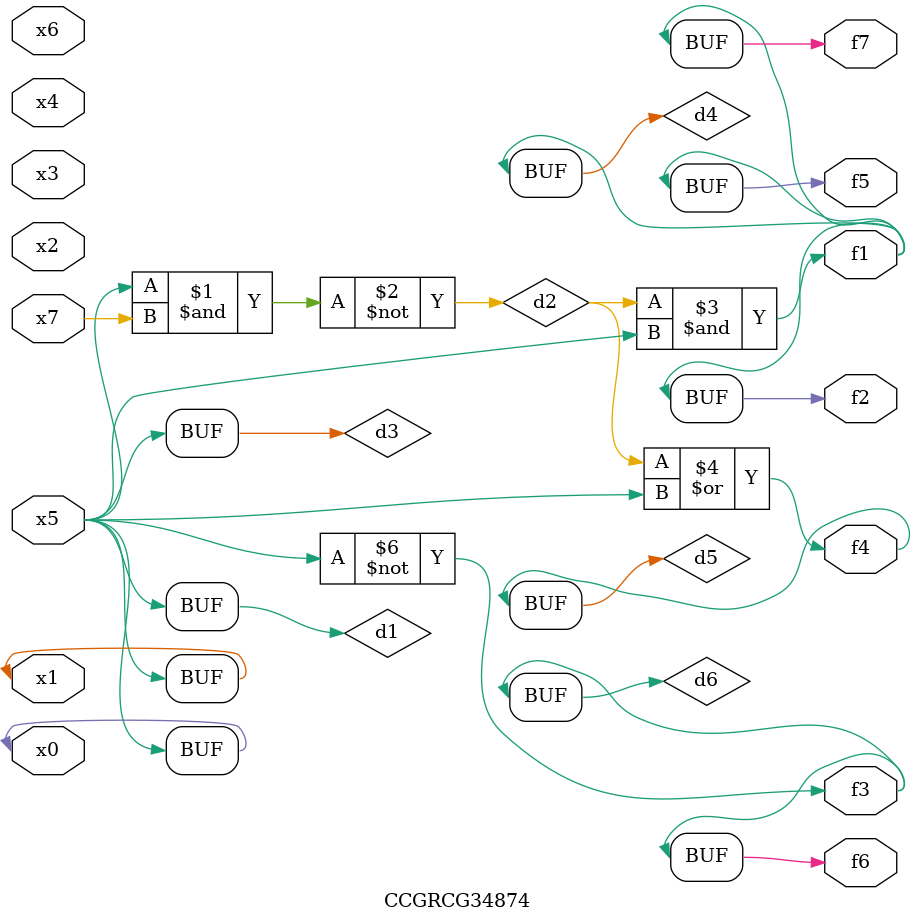
<source format=v>
module CCGRCG34874(
	input x0, x1, x2, x3, x4, x5, x6, x7,
	output f1, f2, f3, f4, f5, f6, f7
);

	wire d1, d2, d3, d4, d5, d6;

	buf (d1, x0, x5);
	nand (d2, x5, x7);
	buf (d3, x0, x1);
	and (d4, d2, d3);
	or (d5, d2, d3);
	nor (d6, d1, d3);
	assign f1 = d4;
	assign f2 = d4;
	assign f3 = d6;
	assign f4 = d5;
	assign f5 = d4;
	assign f6 = d6;
	assign f7 = d4;
endmodule

</source>
